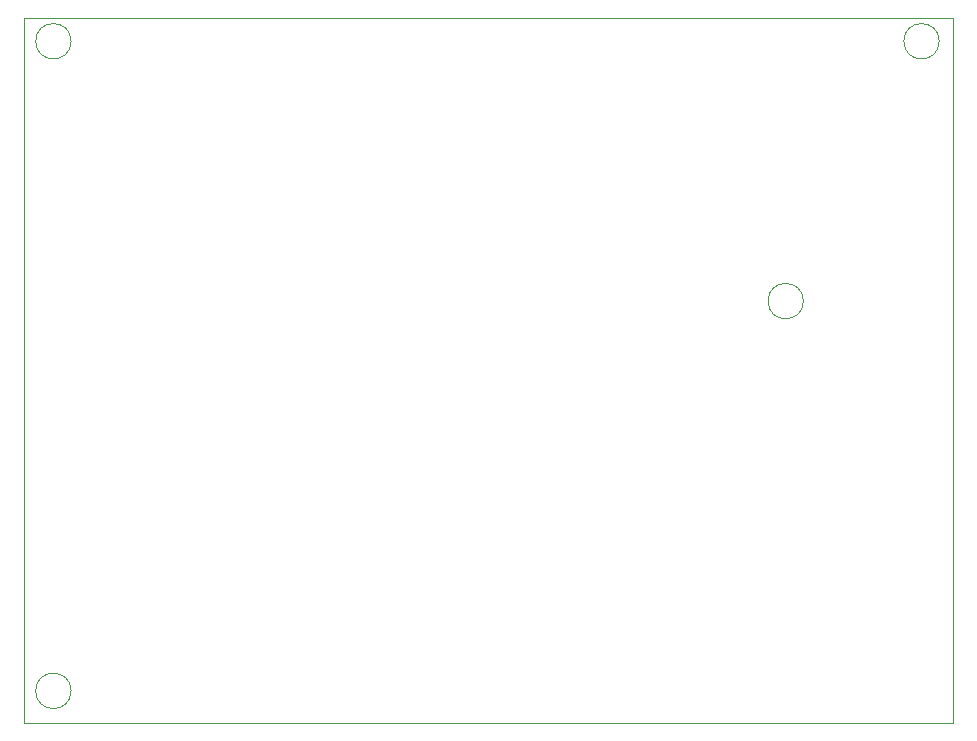
<source format=gbr>
%TF.GenerationSoftware,KiCad,Pcbnew,7.0.8*%
%TF.CreationDate,2024-02-01T14:46:06+01:00*%
%TF.ProjectId,SMD Microcontroller Schematics,534d4420-4d69-4637-926f-636f6e74726f,rev?*%
%TF.SameCoordinates,Original*%
%TF.FileFunction,Profile,NP*%
%FSLAX46Y46*%
G04 Gerber Fmt 4.6, Leading zero omitted, Abs format (unit mm)*
G04 Created by KiCad (PCBNEW 7.0.8) date 2024-02-01 14:46:06*
%MOMM*%
%LPD*%
G01*
G04 APERTURE LIST*
%TA.AperFunction,Profile*%
%ADD10C,0.100000*%
%TD*%
G04 APERTURE END LIST*
D10*
X33500000Y-28500000D02*
G75*
G03*
X33500000Y-28500000I-1500000J0D01*
G01*
X95500000Y-50500000D02*
G75*
G03*
X95500000Y-50500000I-1500000J0D01*
G01*
X33500000Y-83500000D02*
G75*
G03*
X33500000Y-83500000I-1500000J0D01*
G01*
X107000000Y-28500000D02*
G75*
G03*
X107000000Y-28500000I-1500000J0D01*
G01*
X29500000Y-26500000D02*
X108177500Y-26500000D01*
X108177500Y-86200000D01*
X29500000Y-86200000D01*
X29500000Y-26500000D01*
M02*

</source>
